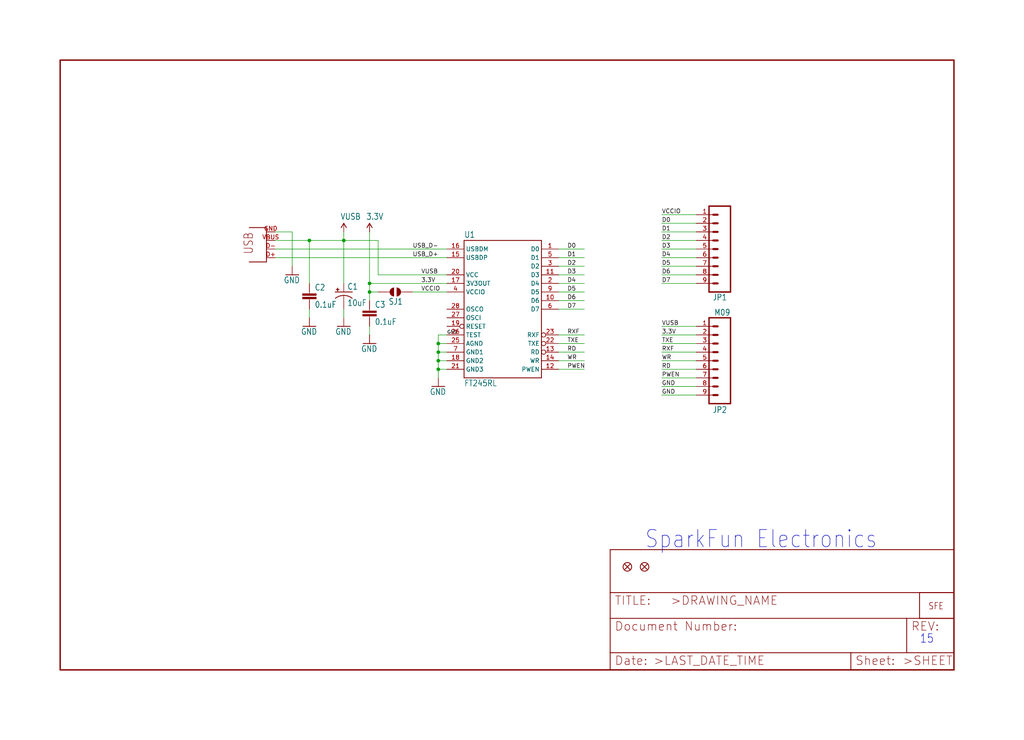
<source format=kicad_sch>
(kicad_sch (version 20211123) (generator eeschema)
  (paper "User" 302.666 218.846)
  (lib_symbols
    (symbol "schematicEagle-eagle-import:CAP0402-CAP"
      (property "Reference" "C" (at 1.524 2.921 0))
      (property "Value" "CAP0402-CAP" (at 1.524 -2.159 0))
      (symbol "CAP0402-CAP_1_0"
        (rectangle (start -2.032 0.508) (end 2.032 1.016) (fill (type outline)))
        (rectangle (start -2.032 1.524) (end 2.032 2.032) (fill (type outline)))
        (polyline (pts (xy 0 0) (xy 0 0.508)) (stroke (width 0.1524)))
        (polyline (pts (xy 0 2.54) (xy 0 2.032)) (stroke (width 0.1524)))
        (pin passive line (at 0 5.08 270) (length 2.54) (name "1") (number "1"))
        (pin passive line (at 0 -2.54 90) (length 2.54) (name "2") (number "2"))
      )
    )
    (symbol "schematicEagle-eagle-import:CAP_POL1206"
      (property "Reference" "C" (at 1.016 0.635 0))
      (property "Value" "CAP_POL1206" (at 1.016 -4.191 0))
      (symbol "CAP_POL1206_1_0"
        (rectangle (start -2.253 0.668) (end -1.364 0.795) (fill (type outline)))
        (rectangle (start -1.872 0.287) (end -1.745 1.176) (fill (type outline)))
        (arc (start 0 -1.0161) (mid -1.3021 -1.2302) (end -2.4669 -1.8504) (stroke (width 0.254)))
        (polyline (pts (xy -2.54 0) (xy 2.54 0)) (stroke (width 0.254)))
        (polyline (pts (xy 0 -1.016) (xy 0 -2.54)) (stroke (width 0.1524)))
        (arc (start 2.4892 -1.8542) (mid 1.3158 -1.2195) (end 0 -1) (stroke (width 0.254)))
        (pin passive line (at 0 2.54 270) (length 2.54) (name "+") (number "A"))
        (pin passive line (at 0 -5.08 90) (length 2.54) (name "-") (number "C"))
      )
    )
    (symbol "schematicEagle-eagle-import:DINA4_L"
      (symbol "DINA4_L_1_0"
        (polyline (pts (xy 0 0) (xy 264.16 0)) (stroke (width 0.4064)))
        (polyline (pts (xy 0 180.34) (xy 0 0)) (stroke (width 0.4064)))
        (polyline (pts (xy 264.16 0) (xy 264.16 180.34)) (stroke (width 0.4064)))
        (polyline (pts (xy 264.16 180.34) (xy 0 180.34)) (stroke (width 0.4064)))
      )
      (symbol "DINA4_L_2_0"
        (polyline (pts (xy 0 0) (xy 0 5.08)) (stroke (width 0.254)))
        (polyline (pts (xy 0 0) (xy 71.12 0)) (stroke (width 0.254)))
        (polyline (pts (xy 0 5.08) (xy 0 15.24)) (stroke (width 0.254)))
        (polyline (pts (xy 0 5.08) (xy 71.12 5.08)) (stroke (width 0.254)))
        (polyline (pts (xy 0 15.24) (xy 0 22.86)) (stroke (width 0.254)))
        (polyline (pts (xy 0 22.86) (xy 0 35.56)) (stroke (width 0.254)))
        (polyline (pts (xy 0 22.86) (xy 101.6 22.86)) (stroke (width 0.254)))
        (polyline (pts (xy 71.12 0) (xy 101.6 0)) (stroke (width 0.254)))
        (polyline (pts (xy 71.12 5.08) (xy 71.12 0)) (stroke (width 0.254)))
        (polyline (pts (xy 71.12 5.08) (xy 87.63 5.08)) (stroke (width 0.254)))
        (polyline (pts (xy 87.63 5.08) (xy 101.6 5.08)) (stroke (width 0.254)))
        (polyline (pts (xy 87.63 15.24) (xy 0 15.24)) (stroke (width 0.254)))
        (polyline (pts (xy 87.63 15.24) (xy 87.63 5.08)) (stroke (width 0.254)))
        (polyline (pts (xy 101.6 5.08) (xy 101.6 0)) (stroke (width 0.254)))
        (polyline (pts (xy 101.6 15.24) (xy 87.63 15.24)) (stroke (width 0.254)))
        (polyline (pts (xy 101.6 15.24) (xy 101.6 5.08)) (stroke (width 0.254)))
        (polyline (pts (xy 101.6 22.86) (xy 101.6 15.24)) (stroke (width 0.254)))
        (polyline (pts (xy 101.6 35.56) (xy 0 35.56)) (stroke (width 0.254)))
        (polyline (pts (xy 101.6 35.56) (xy 101.6 22.86)) (stroke (width 0.254)))
        (text ">DRAWING_NAME" (at 17.78 19.05 0) (effects (font (size 2.54 2.54)) (justify left bottom)))
        (text ">LAST_DATE_TIME" (at 12.7 1.27 0) (effects (font (size 2.54 2.54)) (justify left bottom)))
        (text ">SHEET" (at 86.36 1.27 0) (effects (font (size 2.54 2.54)) (justify left bottom)))
        (text "Date:" (at 1.27 1.27 0) (effects (font (size 2.54 2.54)) (justify left bottom)))
        (text "Document Number:" (at 1.27 11.43 0) (effects (font (size 2.54 2.54)) (justify left bottom)))
        (text "REV:" (at 88.9 11.43 0) (effects (font (size 2.54 2.54)) (justify left bottom)))
        (text "Sheet:" (at 72.39 1.27 0) (effects (font (size 2.54 2.54)) (justify left bottom)))
        (text "TITLE:" (at 1.27 19.05 0) (effects (font (size 2.54 2.54)) (justify left bottom)))
      )
    )
    (symbol "schematicEagle-eagle-import:FIDUCIAL1X2"
      (symbol "FIDUCIAL1X2_1_0"
        (polyline (pts (xy -0.762 0.762) (xy 0.762 -0.762)) (stroke (width 0.254)))
        (polyline (pts (xy 0.762 0.762) (xy -0.762 -0.762)) (stroke (width 0.254)))
        (circle (center 0 0) (radius 1.27) (stroke (width 0.254)))
      )
    )
    (symbol "schematicEagle-eagle-import:FT245RL"
      (property "Value" "FT245RL" (at -12.7 -22.86 0))
      (symbol "FT245RL_1_0"
        (polyline (pts (xy -12.7 -20.32) (xy -12.7 20.32)) (stroke (width 0.254)))
        (polyline (pts (xy -12.7 20.32) (xy 10.16 20.32)) (stroke (width 0.254)))
        (polyline (pts (xy 10.16 -20.32) (xy -12.7 -20.32)) (stroke (width 0.254)))
        (polyline (pts (xy 10.16 20.32) (xy 10.16 -20.32)) (stroke (width 0.254)))
        (pin output line (at 15.24 17.78 180) (length 5.08) (name "D0") (number "1"))
        (pin input line (at 15.24 2.54 180) (length 5.08) (name "D6") (number "10"))
        (pin input line (at 15.24 10.16 180) (length 5.08) (name "D3") (number "11"))
        (pin bidirectional line (at 15.24 -17.78 180) (length 5.08) (name "PWEN") (number "12"))
        (pin bidirectional inverted (at 15.24 -12.7 180) (length 5.08) (name "RD") (number "13"))
        (pin bidirectional line (at 15.24 -15.24 180) (length 5.08) (name "WR") (number "14"))
        (pin bidirectional line (at -17.78 15.24 0) (length 5.08) (name "USBDP") (number "15"))
        (pin bidirectional line (at -17.78 17.78 0) (length 5.08) (name "USBDM") (number "16"))
        (pin output line (at -17.78 7.62 0) (length 5.08) (name "3V3OUT") (number "17"))
        (pin power_in line (at -17.78 -15.24 0) (length 5.08) (name "GND2") (number "18"))
        (pin input inverted (at -17.78 -5.08 0) (length 5.08) (name "RESET") (number "19"))
        (pin output line (at 15.24 7.62 180) (length 5.08) (name "D4") (number "2"))
        (pin power_in line (at -17.78 10.16 0) (length 5.08) (name "VCC") (number "20"))
        (pin power_in line (at -17.78 -17.78 0) (length 5.08) (name "GND3") (number "21"))
        (pin bidirectional inverted (at 15.24 -10.16 180) (length 5.08) (name "TXE") (number "22"))
        (pin bidirectional inverted (at 15.24 -7.62 180) (length 5.08) (name "RXF") (number "23"))
        (pin power_in line (at -17.78 -10.16 0) (length 5.08) (name "AGND") (number "25"))
        (pin input line (at -17.78 -7.62 0) (length 5.08) (name "TEST") (number "26"))
        (pin input line (at -17.78 -2.54 0) (length 5.08) (name "OSCI") (number "27"))
        (pin output line (at -17.78 0 0) (length 5.08) (name "OSCO") (number "28"))
        (pin output line (at 15.24 12.7 180) (length 5.08) (name "D2") (number "3"))
        (pin power_in line (at -17.78 5.08 0) (length 5.08) (name "VCCIO") (number "4"))
        (pin input line (at 15.24 15.24 180) (length 5.08) (name "D1") (number "5"))
        (pin input line (at 15.24 0 180) (length 5.08) (name "D7") (number "6"))
        (pin power_in line (at -17.78 -12.7 0) (length 5.08) (name "GND1") (number "7"))
        (pin input line (at 15.24 5.08 180) (length 5.08) (name "D5") (number "9"))
      )
    )
    (symbol "schematicEagle-eagle-import:GND" (power)
      (property "Value" "GND" (at -2.54 -2.54 0))
      (symbol "GND_1_0"
        (polyline (pts (xy -1.905 0) (xy 1.905 0)) (stroke (width 0.254)))
        (pin power_in line (at 0 2.54 270) (length 2.54) (name "GND") (number "1"))
      )
    )
    (symbol "schematicEagle-eagle-import:LOGO-SFENEW"
      (symbol "LOGO-SFENEW_1_0"
        (polyline (pts (xy -2.54 -2.54) (xy 7.62 -2.54)) (stroke (width 0.254)))
        (polyline (pts (xy -2.54 5.08) (xy -2.54 -2.54)) (stroke (width 0.254)))
        (polyline (pts (xy 7.62 -2.54) (xy 7.62 5.08)) (stroke (width 0.254)))
        (polyline (pts (xy 7.62 5.08) (xy -2.54 5.08)) (stroke (width 0.254)))
        (text "SFE" (at 0 0 0) (effects (font (size 1.9304 1.6408)) (justify left bottom)))
      )
    )
    (symbol "schematicEagle-eagle-import:M09"
      (property "Reference" "JP" (at 0 16.51 0))
      (property "Value" "M09" (at 0 -15.24 0))
      (symbol "M09_1_0"
        (polyline (pts (xy 0 12.7) (xy 0 -12.7)) (stroke (width 0.4064)))
        (polyline (pts (xy 0 12.7) (xy 6.35 12.7)) (stroke (width 0.4064)))
        (polyline (pts (xy 3.81 -10.16) (xy 5.08 -10.16)) (stroke (width 0.6096)))
        (polyline (pts (xy 3.81 -7.62) (xy 5.08 -7.62)) (stroke (width 0.6096)))
        (polyline (pts (xy 3.81 -5.08) (xy 5.08 -5.08)) (stroke (width 0.6096)))
        (polyline (pts (xy 3.81 -2.54) (xy 5.08 -2.54)) (stroke (width 0.6096)))
        (polyline (pts (xy 3.81 0) (xy 5.08 0)) (stroke (width 0.6096)))
        (polyline (pts (xy 3.81 2.54) (xy 5.08 2.54)) (stroke (width 0.6096)))
        (polyline (pts (xy 3.81 5.08) (xy 5.08 5.08)) (stroke (width 0.6096)))
        (polyline (pts (xy 3.81 7.62) (xy 5.08 7.62)) (stroke (width 0.6096)))
        (polyline (pts (xy 3.81 10.16) (xy 5.08 10.16)) (stroke (width 0.6096)))
        (polyline (pts (xy 6.35 -12.7) (xy 0 -12.7)) (stroke (width 0.4064)))
        (polyline (pts (xy 6.35 -12.7) (xy 6.35 12.7)) (stroke (width 0.4064)))
        (pin passive line (at 10.16 -10.16 180) (length 5.08) (name "1") (number "1"))
        (pin passive line (at 10.16 -7.62 180) (length 5.08) (name "2") (number "2"))
        (pin passive line (at 10.16 -5.08 180) (length 5.08) (name "3") (number "3"))
        (pin passive line (at 10.16 -2.54 180) (length 5.08) (name "4") (number "4"))
        (pin passive line (at 10.16 0 180) (length 5.08) (name "5") (number "5"))
        (pin passive line (at 10.16 2.54 180) (length 5.08) (name "6") (number "6"))
        (pin passive line (at 10.16 5.08 180) (length 5.08) (name "7") (number "7"))
        (pin passive line (at 10.16 7.62 180) (length 5.08) (name "8") (number "8"))
        (pin passive line (at 10.16 10.16 180) (length 5.08) (name "9") (number "9"))
      )
    )
    (symbol "schematicEagle-eagle-import:SOLDERJUMPERNC2"
      (property "Reference" "SJ" (at -2.54 2.54 0))
      (symbol "SOLDERJUMPERNC2_1_0"
        (arc (start -0.381 1.2699) (mid -1.6508 0) (end -0.381 -1.2699) (stroke (width 0.0001)) (fill (type outline)))
        (polyline (pts (xy -2.54 0) (xy -1.651 0)) (stroke (width 0.1524)))
        (polyline (pts (xy 2.54 0) (xy 1.651 0)) (stroke (width 0.1524)))
        (arc (start 0.381 -1.2699) (mid 1.6508 0) (end 0.381 1.2699) (stroke (width 0.0001)) (fill (type outline)))
        (pin passive line (at -5.08 0 0) (length 2.54) (name "1") (number "1"))
        (pin passive line (at 5.08 0 180) (length 2.54) (name "2") (number "2"))
      )
    )
    (symbol "schematicEagle-eagle-import:USBSMD"
      (symbol "USBSMD_1_0"
        (polyline (pts (xy 0 -1.27) (xy 5.08 -1.27)) (stroke (width 0.254)))
        (polyline (pts (xy 0 8.89) (xy 0 -1.27)) (stroke (width 0.254)))
        (polyline (pts (xy 5.08 8.89) (xy 0 8.89)) (stroke (width 0.254)))
        (text "USB" (at 3.81 0 900) (effects (font (size 2.54 2.159)) (justify left bottom)))
        (pin bidirectional line (at -2.54 7.62 0) (length 2.54) (name "D+") (number "D+"))
        (pin bidirectional line (at -2.54 5.08 0) (length 2.54) (name "D-") (number "D-"))
        (pin bidirectional line (at -2.54 0 0) (length 2.54) (name "GND") (number "GND"))
        (pin bidirectional line (at -2.54 2.54 0) (length 2.54) (name "VBUS") (number "VBUS"))
      )
    )
    (symbol "schematicEagle-eagle-import:VCC" (power)
      (property "Value" "VCC" (at -1.016 3.556 0))
      (symbol "VCC_1_0"
        (polyline (pts (xy 0 2.54) (xy -0.762 1.27)) (stroke (width 0.254)))
        (polyline (pts (xy 0.762 1.27) (xy 0 2.54)) (stroke (width 0.254)))
        (pin power_in line (at 0 0 90) (length 2.54) (name "VCC") (number "1"))
      )
    )
  )
  (junction (at 129.54 104.14))
  (junction (at 101.6 71.12))
  (junction (at 129.54 109.22))
  (junction (at 129.54 106.68))
  (junction (at 109.22 83.82))
  (junction (at 91.44 71.12))
  (junction (at 129.54 101.6))
  (junction (at 109.22 86.36))
  (wire (pts (xy 165.1 104.14) (xy 172.72 104.14)))
  (wire (pts (xy 165.1 106.68) (xy 172.72 106.68)))
  (wire (pts (xy 101.6 68.58) (xy 101.6 71.12)))
  (wire (pts (xy 165.1 88.9) (xy 172.72 88.9)))
  (wire (pts (xy 132.08 101.6) (xy 129.54 101.6)))
  (wire (pts (xy 165.1 81.28) (xy 172.72 81.28)))
  (wire (pts (xy 132.08 76.2) (xy 81.28 76.2)))
  (wire (pts (xy 165.1 73.66) (xy 172.72 73.66)))
  (wire (pts (xy 165.1 76.2) (xy 172.72 76.2)))
  (wire (pts (xy 165.1 86.36) (xy 172.72 86.36)))
  (wire (pts (xy 165.1 83.82) (xy 172.72 83.82)))
  (wire (pts (xy 81.28 71.12) (xy 91.44 71.12)))
  (wire (pts (xy 129.54 101.6) (xy 129.54 104.14)))
  (wire (pts (xy 165.1 99.06) (xy 172.72 99.06)))
  (wire (pts (xy 205.74 78.74) (xy 195.58 78.74)))
  (wire (pts (xy 132.08 106.68) (xy 129.54 106.68)))
  (wire (pts (xy 91.44 71.12) (xy 91.44 83.82)))
  (wire (pts (xy 129.54 104.14) (xy 129.54 106.68)))
  (wire (pts (xy 205.74 99.06) (xy 195.58 99.06)))
  (wire (pts (xy 205.74 104.14) (xy 195.58 104.14)))
  (wire (pts (xy 132.08 83.82) (xy 109.22 83.82)))
  (wire (pts (xy 111.76 86.36) (xy 109.22 86.36)))
  (wire (pts (xy 132.08 104.14) (xy 129.54 104.14)))
  (wire (pts (xy 109.22 86.36) (xy 109.22 88.9)))
  (wire (pts (xy 109.22 96.52) (xy 109.22 99.06)))
  (wire (pts (xy 129.54 106.68) (xy 129.54 109.22)))
  (wire (pts (xy 91.44 91.44) (xy 91.44 93.98)))
  (wire (pts (xy 205.74 96.52) (xy 195.58 96.52)))
  (wire (pts (xy 205.74 83.82) (xy 195.58 83.82)))
  (wire (pts (xy 205.74 106.68) (xy 195.58 106.68)))
  (wire (pts (xy 132.08 73.66) (xy 81.28 73.66)))
  (wire (pts (xy 165.1 91.44) (xy 172.72 91.44)))
  (wire (pts (xy 101.6 93.98) (xy 101.6 91.44)))
  (wire (pts (xy 205.74 101.6) (xy 195.58 101.6)))
  (wire (pts (xy 111.76 81.28) (xy 111.76 71.12)))
  (wire (pts (xy 132.08 86.36) (xy 121.92 86.36)))
  (wire (pts (xy 132.08 81.28) (xy 111.76 81.28)))
  (wire (pts (xy 205.74 66.04) (xy 195.58 66.04)))
  (wire (pts (xy 205.74 71.12) (xy 195.58 71.12)))
  (wire (pts (xy 109.22 86.36) (xy 109.22 83.82)))
  (wire (pts (xy 91.44 71.12) (xy 101.6 71.12)))
  (wire (pts (xy 109.22 83.82) (xy 109.22 68.58)))
  (wire (pts (xy 132.08 109.22) (xy 129.54 109.22)))
  (wire (pts (xy 205.74 114.3) (xy 195.58 114.3)))
  (wire (pts (xy 132.08 99.06) (xy 129.54 99.06)))
  (wire (pts (xy 205.74 81.28) (xy 195.58 81.28)))
  (wire (pts (xy 205.74 111.76) (xy 195.58 111.76)))
  (wire (pts (xy 205.74 116.84) (xy 195.58 116.84)))
  (wire (pts (xy 205.74 68.58) (xy 195.58 68.58)))
  (wire (pts (xy 81.28 68.58) (xy 86.36 68.58)))
  (wire (pts (xy 205.74 63.5) (xy 195.58 63.5)))
  (wire (pts (xy 101.6 71.12) (xy 101.6 83.82)))
  (wire (pts (xy 129.54 99.06) (xy 129.54 101.6)))
  (wire (pts (xy 129.54 109.22) (xy 129.54 111.76)))
  (wire (pts (xy 165.1 101.6) (xy 172.72 101.6)))
  (wire (pts (xy 165.1 78.74) (xy 172.72 78.74)))
  (wire (pts (xy 205.74 76.2) (xy 195.58 76.2)))
  (wire (pts (xy 165.1 109.22) (xy 172.72 109.22)))
  (wire (pts (xy 205.74 73.66) (xy 195.58 73.66)))
  (wire (pts (xy 86.36 68.58) (xy 86.36 78.74)))
  (wire (pts (xy 111.76 71.12) (xy 101.6 71.12)))
  (wire (pts (xy 205.74 109.22) (xy 195.58 109.22)))
  (text "15" (at 271.78 190.5 180) (effects (font (size 2.54 2.159)) (justify left bottom)))
  (text "SparkFun Electronics" (at 190.5 162.56 180) (effects (font (size 5.08 4.318)) (justify left bottom)))
  (label "GND" (at 195.58 116.84 0) (effects (font (size 1.2446 1.2446))))
  (label "PWEN" (at 167.64 109.22 0) (effects (font (size 1.2446 1.2446))))
  (label "VUSB" (at 124.46 81.28 0) (effects (font (size 1.2446 1.2446))))
  (label "GND" (at 132.08 99.06 0) (effects (font (size 1.016 1.016))))
  (label "D1" (at 167.64 76.2 0) (effects (font (size 1.2446 1.2446))))
  (label "VUSB" (at 195.58 96.52 0) (effects (font (size 1.2446 1.2446))))
  (label "D1" (at 195.58 68.58 0) (effects (font (size 1.2446 1.2446))))
  (label "VCCIO" (at 124.46 86.36 0) (effects (font (size 1.2446 1.2446))))
  (label "RD" (at 167.64 104.14 0) (effects (font (size 1.2446 1.2446))))
  (label "RD" (at 195.58 109.22 0) (effects (font (size 1.2446 1.2446))))
  (label "USB_D+" (at 121.92 76.2 0) (effects (font (size 1.2446 1.2446))))
  (label "PWEN" (at 195.58 111.76 0) (effects (font (size 1.2446 1.2446))))
  (label "VCCIO" (at 195.58 63.5 0) (effects (font (size 1.2446 1.2446))))
  (label "D0" (at 167.64 73.66 0) (effects (font (size 1.2446 1.2446))))
  (label "GND" (at 195.58 114.3 0) (effects (font (size 1.2446 1.2446))))
  (label "D2" (at 167.64 78.74 0) (effects (font (size 1.2446 1.2446))))
  (label "D7" (at 167.64 91.44 0) (effects (font (size 1.2446 1.2446))))
  (label "D6" (at 167.64 88.9 0) (effects (font (size 1.2446 1.2446))))
  (label "D6" (at 195.58 81.28 0) (effects (font (size 1.2446 1.2446))))
  (label "WR" (at 167.64 106.68 0) (effects (font (size 1.2446 1.2446))))
  (label "WR" (at 195.58 106.68 0) (effects (font (size 1.2446 1.2446))))
  (label "D0" (at 195.58 66.04 0) (effects (font (size 1.2446 1.2446))))
  (label "D3" (at 167.64 81.28 0) (effects (font (size 1.2446 1.2446))))
  (label "D7" (at 195.58 83.82 0) (effects (font (size 1.2446 1.2446))))
  (label "3.3V" (at 195.58 99.06 0) (effects (font (size 1.2446 1.2446))))
  (label "USB_D-" (at 121.92 73.66 0) (effects (font (size 1.2446 1.2446))))
  (label "3.3V" (at 124.46 83.82 0) (effects (font (size 1.2446 1.2446))))
  (label "D4" (at 195.58 76.2 0) (effects (font (size 1.2446 1.2446))))
  (label "D5" (at 167.64 86.36 0) (effects (font (size 1.2446 1.2446))))
  (label "TXE" (at 167.64 101.6 0) (effects (font (size 1.2446 1.2446))))
  (label "D3" (at 195.58 73.66 0) (effects (font (size 1.2446 1.2446))))
  (label "D5" (at 195.58 78.74 0) (effects (font (size 1.2446 1.2446))))
  (label "RXF" (at 167.64 99.06 0) (effects (font (size 1.2446 1.2446))))
  (label "RXF" (at 195.58 104.14 0) (effects (font (size 1.2446 1.2446))))
  (label "D4" (at 167.64 83.82 0) (effects (font (size 1.2446 1.2446))))
  (label "D2" (at 195.58 71.12 0) (effects (font (size 1.2446 1.2446))))
  (label "TXE" (at 195.58 101.6 0) (effects (font (size 1.2446 1.2446))))
  (symbol (lib_id "schematicEagle-eagle-import:DINA4_L") (at 17.78 198.12 0) (unit 1)
    (property "Reference" "#FRAME1" (effects hide))
    (property "Value" "DINA4_L" (effects hide))
    (property "Footprint" "schematicEagle:" (effects hide))
  )
  (symbol (lib_id "schematicEagle-eagle-import:DINA4_L") (at 180.34 198.12 0) (unit 2)
    (property "Reference" "#FRAME1" (effects hide))
    (property "Value" "DINA4_L" (effects hide))
    (property "Footprint" "schematicEagle:" (effects hide))
  )
  (symbol (lib_id "schematicEagle-eagle-import:SOLDERJUMPERNC2") (at 116.84 86.36 0) (unit 1)
    (property "Reference" "SJ1" (at 114.808 90.17 0) (effects (font (size 1.778 1.5113)) (justify left bottom)))
    (property "Value" "SOLDERJUMPERNC2" (effects hide))
    (property "Footprint" "schematicEagle:SJ_2S-NOTRACE" (effects hide))
  )
  (symbol (lib_id "schematicEagle-eagle-import:GND") (at 86.36 81.28 0) (unit 1)
    (property "Reference" "#GND4" (effects hide))
    (property "Value" "GND" (at 83.82 83.82 0) (effects (font (size 1.778 1.5113)) (justify left bottom)))
    (property "Footprint" "schematicEagle:" (effects hide))
  )
  (symbol (lib_id "schematicEagle-eagle-import:M09") (at 215.9 73.66 180) (unit 1)
    (property "Reference" "JP1" (at 210.566 88.9 0) (effects (font (size 1.778 1.5113)) (justify right top)))
    (property "Value" "M09" (effects hide))
    (property "Footprint" "schematicEagle:1X09" (effects hide))
  )
  (symbol (lib_id "schematicEagle-eagle-import:GND") (at 91.44 96.52 0) (unit 1)
    (property "Reference" "#GND5" (effects hide))
    (property "Value" "GND" (at 88.9 99.06 0) (effects (font (size 1.778 1.5113)) (justify left bottom)))
    (property "Footprint" "schematicEagle:" (effects hide))
  )
  (symbol (lib_id "schematicEagle-eagle-import:GND") (at 109.22 101.6 0) (unit 1)
    (property "Reference" "#GND1" (effects hide))
    (property "Value" "GND" (at 106.68 104.14 0) (effects (font (size 1.778 1.5113)) (justify left bottom)))
    (property "Footprint" "schematicEagle:" (effects hide))
  )
  (symbol (lib_id "schematicEagle-eagle-import:M09") (at 215.9 106.68 180) (unit 1)
    (property "Reference" "JP2" (at 210.566 122.174 0) (effects (font (size 1.778 1.5113)) (justify right top)))
    (property "Value" "M09" (at 215.9 91.44 0) (effects (font (size 1.778 1.5113)) (justify left bottom)))
    (property "Footprint" "schematicEagle:1X09" (effects hide))
  )
  (symbol (lib_id "schematicEagle-eagle-import:CAP0402-CAP") (at 109.22 93.98 0) (unit 1)
    (property "Reference" "C3" (at 110.744 91.059 0) (effects (font (size 1.778 1.5113)) (justify left bottom)))
    (property "Value" "0.1uF" (at 110.744 96.139 0) (effects (font (size 1.778 1.5113)) (justify left bottom)))
    (property "Footprint" "schematicEagle:0402-CAP" (effects hide))
  )
  (symbol (lib_id "schematicEagle-eagle-import:GND") (at 101.6 96.52 0) (unit 1)
    (property "Reference" "#GND6" (effects hide))
    (property "Value" "GND" (at 99.06 99.06 0) (effects (font (size 1.778 1.5113)) (justify left bottom)))
    (property "Footprint" "schematicEagle:" (effects hide))
  )
  (symbol (lib_id "schematicEagle-eagle-import:VCC") (at 109.22 68.58 0) (unit 1)
    (property "Reference" "#P+2" (effects hide))
    (property "Value" "3.3V" (at 108.204 65.024 0) (effects (font (size 1.778 1.5113)) (justify left bottom)))
    (property "Footprint" "schematicEagle:" (effects hide))
  )
  (symbol (lib_id "schematicEagle-eagle-import:FIDUCIAL1X2") (at 190.5 167.64 0) (unit 1)
    (property "Reference" "JP4" (effects hide))
    (property "Value" "FIDUCIAL1X2" (effects hide))
    (property "Footprint" "schematicEagle:FIDUCIAL-1X2" (effects hide))
  )
  (symbol (lib_id "schematicEagle-eagle-import:GND") (at 129.54 114.3 0) (unit 1)
    (property "Reference" "#GND0" (effects hide))
    (property "Value" "GND" (at 127 116.84 0) (effects (font (size 1.778 1.5113)) (justify left bottom)))
    (property "Footprint" "schematicEagle:" (effects hide))
  )
  (symbol (lib_id "schematicEagle-eagle-import:VCC") (at 101.6 68.58 0) (unit 1)
    (property "Reference" "#P+3" (effects hide))
    (property "Value" "VUSB" (at 100.584 65.024 0) (effects (font (size 1.778 1.5113)) (justify left bottom)))
    (property "Footprint" "schematicEagle:" (effects hide))
  )
  (symbol (lib_id "schematicEagle-eagle-import:CAP_POL1206") (at 101.6 86.36 0) (unit 1)
    (property "Reference" "C1" (at 102.616 85.725 0) (effects (font (size 1.778 1.5113)) (justify left bottom)))
    (property "Value" "10uF" (at 102.616 90.551 0) (effects (font (size 1.778 1.5113)) (justify left bottom)))
    (property "Footprint" "schematicEagle:CPOL_1206" (effects hide))
  )
  (symbol (lib_id "schematicEagle-eagle-import:LOGO-SFENEW") (at 274.32 180.34 0) (unit 1)
    (property "Reference" "U$1" (effects hide))
    (property "Value" "LOGO-SFENEW" (effects hide))
    (property "Footprint" "schematicEagle:SFE-NEW-WEBLOGO" (effects hide))
  )
  (symbol (lib_id "schematicEagle-eagle-import:FIDUCIAL1X2") (at 185.42 167.64 0) (unit 1)
    (property "Reference" "JP3" (effects hide))
    (property "Value" "FIDUCIAL1X2" (effects hide))
    (property "Footprint" "schematicEagle:FIDUCIAL-1X2" (effects hide))
  )
  (symbol (lib_id "schematicEagle-eagle-import:FT245RL") (at 149.86 91.44 0) (unit 1)
    (property "Reference" "U1" (at 137.16 70.358 0) (effects (font (size 1.778 1.5113)) (justify left bottom)))
    (property "Value" "FT245RL" (at 137.16 114.3 0) (effects (font (size 1.778 1.5113)) (justify left bottom)))
    (property "Footprint" "schematicEagle:SSOP28DB" (effects hide))
  )
  (symbol (lib_id "schematicEagle-eagle-import:CAP0402-CAP") (at 91.44 88.9 0) (unit 1)
    (property "Reference" "C2" (at 92.964 85.979 0) (effects (font (size 1.778 1.5113)) (justify left bottom)))
    (property "Value" "0.1uF" (at 92.964 91.059 0) (effects (font (size 1.778 1.5113)) (justify left bottom)))
    (property "Footprint" "schematicEagle:0402-CAP" (effects hide))
  )
  (symbol (lib_id "schematicEagle-eagle-import:USBSMD") (at 78.74 68.58 180) (unit 1)
    (property "Reference" "X2" (effects hide))
    (property "Value" "USBSMD" (effects hide))
    (property "Footprint" "schematicEagle:USB-MINIB" (effects hide))
  )
)
</source>
